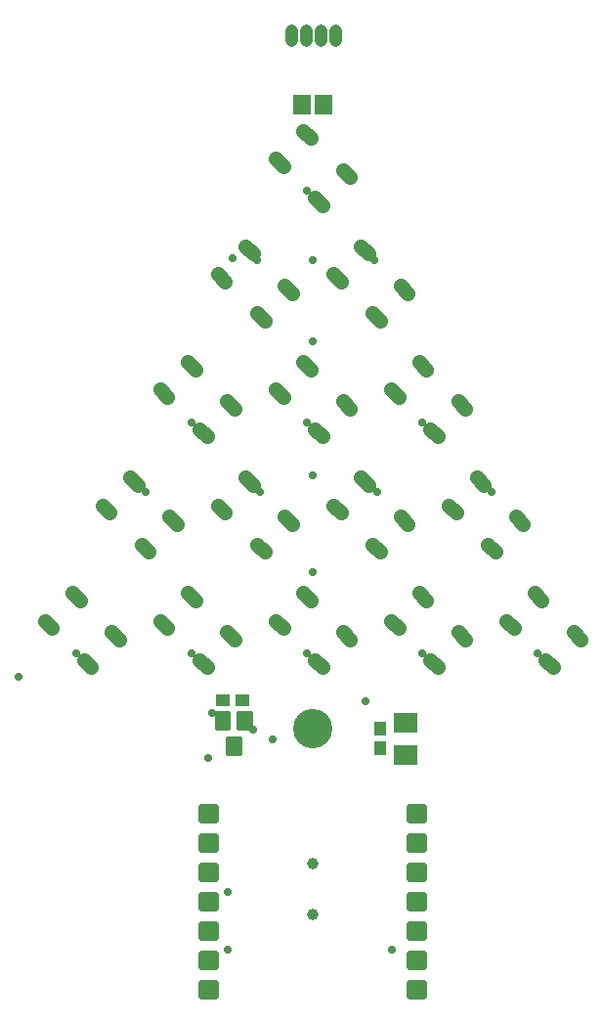
<source format=gts>
G04 EAGLE Gerber RS-274X export*
G75*
%MOMM*%
%FSLAX34Y34*%
%LPD*%
%INSoldermask Top*%
%IPPOS*%
%AMOC8*
5,1,8,0,0,1.08239X$1,22.5*%
G01*
%ADD10R,1.503200X1.703200*%
%ADD11C,1.092200*%
%ADD12C,1.303200*%
%ADD13R,1.203200X1.103200*%
%ADD14R,1.103200X1.203200*%
%ADD15C,0.656334*%
%ADD16C,0.322734*%
%ADD17R,2.003200X1.803200*%
%ADD18C,3.403200*%
%ADD19C,1.003200*%
%ADD20C,0.705600*%


D10*
X309500Y795000D03*
X290500Y795000D03*
D11*
X280950Y850555D02*
X280950Y859445D01*
X293650Y859445D02*
X293650Y850555D01*
X306350Y850555D02*
X306350Y859445D01*
X319050Y859445D02*
X319050Y850555D01*
D12*
X151769Y414190D02*
X158131Y407828D01*
X182172Y431869D02*
X175810Y438231D01*
X148231Y465810D02*
X141869Y472172D01*
X117828Y448131D02*
X124190Y441769D01*
X198231Y565810D02*
X191869Y572172D01*
X167828Y548131D02*
X174190Y541769D01*
X201769Y514190D02*
X208131Y507828D01*
X232172Y531869D02*
X225810Y538231D01*
X291869Y572172D02*
X298231Y565810D01*
X274190Y541769D02*
X267828Y548131D01*
X301769Y514190D02*
X308131Y507828D01*
X332172Y531869D02*
X325810Y538231D01*
X391869Y572172D02*
X398231Y565810D01*
X374190Y541769D02*
X367828Y548131D01*
X401769Y514190D02*
X408131Y507828D01*
X432172Y531869D02*
X425810Y538231D01*
X358131Y607828D02*
X351769Y614190D01*
X375810Y638231D02*
X382172Y631869D01*
X348231Y665810D02*
X341869Y672172D01*
X317828Y648131D02*
X324190Y641769D01*
X258131Y607828D02*
X251769Y614190D01*
X275810Y638231D02*
X282172Y631869D01*
X248231Y665810D02*
X241869Y672172D01*
X217828Y648131D02*
X224190Y641769D01*
X298231Y765810D02*
X291869Y772172D01*
X267828Y748131D02*
X274190Y741769D01*
X301769Y714190D02*
X308131Y707828D01*
X332172Y731869D02*
X325810Y738231D01*
X91869Y372172D02*
X98231Y365810D01*
X74190Y341769D02*
X67828Y348131D01*
X101769Y314190D02*
X108131Y307828D01*
X132172Y331869D02*
X125810Y338231D01*
X191869Y372172D02*
X198231Y365810D01*
X174190Y341769D02*
X167828Y348131D01*
X201769Y314190D02*
X208131Y307828D01*
X232172Y331869D02*
X225810Y338231D01*
X291869Y372172D02*
X298231Y365810D01*
X274190Y341769D02*
X267828Y348131D01*
X301769Y314190D02*
X308131Y307828D01*
X332172Y331869D02*
X325810Y338231D01*
X391869Y372172D02*
X398231Y365810D01*
X374190Y341769D02*
X367828Y348131D01*
X401769Y314190D02*
X408131Y307828D01*
X432172Y331869D02*
X425810Y338231D01*
X491869Y372172D02*
X498231Y365810D01*
X474190Y341769D02*
X467828Y348131D01*
X501769Y314190D02*
X508131Y307828D01*
X532172Y331869D02*
X525810Y338231D01*
X458131Y407828D02*
X451769Y414190D01*
X475810Y438231D02*
X482172Y431869D01*
X448231Y465810D02*
X441869Y472172D01*
X417828Y448131D02*
X424190Y441769D01*
X358131Y407828D02*
X351769Y414190D01*
X375810Y438231D02*
X382172Y431869D01*
X348231Y465810D02*
X341869Y472172D01*
X317828Y448131D02*
X324190Y441769D01*
X258131Y407828D02*
X251769Y414190D01*
X275810Y438231D02*
X282172Y431869D01*
X248231Y465810D02*
X241869Y472172D01*
X217828Y448131D02*
X224190Y441769D01*
D13*
X222400Y279520D03*
X239400Y279520D03*
D14*
X358790Y237810D03*
X358790Y254810D03*
D15*
X384815Y34155D02*
X395525Y34155D01*
X395525Y23445D01*
X384815Y23445D01*
X384815Y34155D01*
X384815Y29680D02*
X395525Y29680D01*
X395525Y59555D02*
X384815Y59555D01*
X395525Y59555D02*
X395525Y48845D01*
X384815Y48845D01*
X384815Y59555D01*
X384815Y55080D02*
X395525Y55080D01*
X395525Y84955D02*
X384815Y84955D01*
X395525Y84955D02*
X395525Y74245D01*
X384815Y74245D01*
X384815Y84955D01*
X384815Y80480D02*
X395525Y80480D01*
X395525Y110355D02*
X384815Y110355D01*
X395525Y110355D02*
X395525Y99645D01*
X384815Y99645D01*
X384815Y110355D01*
X384815Y105880D02*
X395525Y105880D01*
X395525Y135755D02*
X384815Y135755D01*
X395525Y135755D02*
X395525Y125045D01*
X384815Y125045D01*
X384815Y135755D01*
X384815Y131280D02*
X395525Y131280D01*
X395525Y161155D02*
X384815Y161155D01*
X395525Y161155D02*
X395525Y150445D01*
X384815Y150445D01*
X384815Y161155D01*
X384815Y156680D02*
X395525Y156680D01*
X395525Y186555D02*
X384815Y186555D01*
X395525Y186555D02*
X395525Y175845D01*
X384815Y175845D01*
X384815Y186555D01*
X384815Y182080D02*
X395525Y182080D01*
X215185Y186555D02*
X204475Y186555D01*
X215185Y186555D02*
X215185Y175845D01*
X204475Y175845D01*
X204475Y186555D01*
X204475Y182080D02*
X215185Y182080D01*
X215185Y161155D02*
X204475Y161155D01*
X215185Y161155D02*
X215185Y150445D01*
X204475Y150445D01*
X204475Y161155D01*
X204475Y156680D02*
X215185Y156680D01*
X215185Y135755D02*
X204475Y135755D01*
X215185Y135755D02*
X215185Y125045D01*
X204475Y125045D01*
X204475Y135755D01*
X204475Y131280D02*
X215185Y131280D01*
X215185Y110355D02*
X204475Y110355D01*
X215185Y110355D02*
X215185Y99645D01*
X204475Y99645D01*
X204475Y110355D01*
X204475Y105880D02*
X215185Y105880D01*
X215185Y84955D02*
X204475Y84955D01*
X215185Y84955D02*
X215185Y74245D01*
X204475Y74245D01*
X204475Y84955D01*
X204475Y80480D02*
X215185Y80480D01*
X215185Y59555D02*
X204475Y59555D01*
X215185Y59555D02*
X215185Y48845D01*
X204475Y48845D01*
X204475Y59555D01*
X204475Y55080D02*
X215185Y55080D01*
X215185Y34155D02*
X204475Y34155D01*
X215185Y34155D02*
X215185Y23445D01*
X204475Y23445D01*
X204475Y34155D01*
X204475Y29680D02*
X215185Y29680D01*
D16*
X226147Y246563D02*
X236953Y246563D01*
X236953Y232757D01*
X226147Y232757D01*
X226147Y246563D01*
X226147Y235823D02*
X236953Y235823D01*
X236953Y238889D02*
X226147Y238889D01*
X226147Y241955D02*
X236953Y241955D01*
X236953Y245021D02*
X226147Y245021D01*
X227453Y268563D02*
X216647Y268563D01*
X227453Y268563D02*
X227453Y254757D01*
X216647Y254757D01*
X216647Y268563D01*
X216647Y257823D02*
X227453Y257823D01*
X227453Y260889D02*
X216647Y260889D01*
X216647Y263955D02*
X227453Y263955D01*
X227453Y267021D02*
X216647Y267021D01*
X235647Y268563D02*
X246453Y268563D01*
X246453Y254757D01*
X235647Y254757D01*
X235647Y268563D01*
X235647Y257823D02*
X246453Y257823D01*
X246453Y260889D02*
X235647Y260889D01*
X235647Y263955D02*
X246453Y263955D01*
X246453Y267021D02*
X235647Y267021D01*
D17*
X380600Y232080D03*
X380600Y260080D03*
D18*
X300000Y255000D03*
D19*
X299775Y138125D03*
X299775Y93675D03*
D20*
X248450Y254190D03*
X226300Y113650D03*
X209550Y229380D03*
X213110Y267890D03*
X95000Y320000D03*
X195000Y320000D03*
X295000Y320000D03*
X395000Y320000D03*
X495000Y320000D03*
X195000Y520000D03*
X295000Y520000D03*
X395000Y520000D03*
X295000Y720000D03*
X154940Y459740D03*
X254000Y459740D03*
X355600Y459740D03*
X454660Y459740D03*
X251460Y660400D03*
X353060Y660400D03*
X226730Y63140D03*
X345400Y278240D03*
X300000Y390000D03*
X300000Y473650D03*
X300000Y590000D03*
X300000Y660000D03*
X230160Y662380D03*
X265400Y245540D03*
X45000Y300000D03*
X368300Y63500D03*
M02*

</source>
